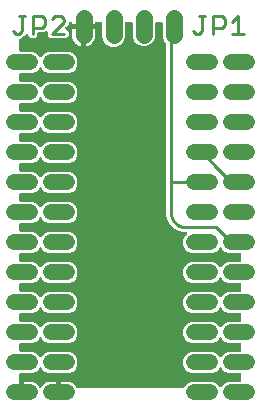
<source format=gbr>
G04 EAGLE Gerber RS-274X export*
G75*
%MOMM*%
%FSLAX34Y34*%
%LPD*%
%INTop Copper*%
%IPPOS*%
%AMOC8*
5,1,8,0,0,1.08239X$1,22.5*%
G01*
%ADD10C,0.254000*%
%ADD11C,1.320800*%
%ADD12C,1.422400*%

G36*
X16882Y13986D02*
X16882Y13986D01*
X17001Y13993D01*
X17039Y14006D01*
X17080Y14011D01*
X17190Y14054D01*
X17303Y14091D01*
X17338Y14113D01*
X17375Y14128D01*
X17471Y14197D01*
X17572Y14261D01*
X17600Y14291D01*
X17633Y14314D01*
X17709Y14406D01*
X17790Y14493D01*
X17810Y14528D01*
X17835Y14559D01*
X17886Y14667D01*
X17944Y14771D01*
X17954Y14811D01*
X17971Y14847D01*
X17993Y14964D01*
X18023Y15079D01*
X18027Y15139D01*
X18031Y15159D01*
X18029Y15180D01*
X18033Y15240D01*
X18033Y19305D01*
X23326Y19305D01*
X24747Y19080D01*
X26116Y18635D01*
X27399Y17981D01*
X28563Y17135D01*
X29581Y16117D01*
X30427Y14953D01*
X30492Y14826D01*
X30515Y14793D01*
X30530Y14756D01*
X30604Y14662D01*
X30671Y14563D01*
X30701Y14536D01*
X30725Y14505D01*
X30820Y14431D01*
X30909Y14352D01*
X30945Y14334D01*
X30976Y14310D01*
X31086Y14262D01*
X31193Y14208D01*
X31232Y14199D01*
X31268Y14183D01*
X31386Y14164D01*
X31503Y14138D01*
X31543Y14140D01*
X31582Y14133D01*
X31701Y14144D01*
X31821Y14148D01*
X31859Y14159D01*
X31899Y14163D01*
X32011Y14203D01*
X32126Y14237D01*
X32161Y14257D01*
X32198Y14270D01*
X32297Y14338D01*
X32400Y14398D01*
X32428Y14426D01*
X32461Y14449D01*
X32541Y14539D01*
X32625Y14623D01*
X32646Y14657D01*
X32672Y14687D01*
X32754Y14826D01*
X32819Y14953D01*
X33665Y16117D01*
X34683Y17135D01*
X35847Y17981D01*
X37130Y18635D01*
X38499Y19080D01*
X39920Y19305D01*
X45213Y19305D01*
X45213Y15240D01*
X45228Y15122D01*
X45235Y15003D01*
X45247Y14965D01*
X45253Y14924D01*
X45296Y14814D01*
X45333Y14701D01*
X45355Y14666D01*
X45370Y14629D01*
X45439Y14533D01*
X45503Y14432D01*
X45533Y14404D01*
X45556Y14371D01*
X45648Y14295D01*
X45735Y14214D01*
X45770Y14194D01*
X45801Y14169D01*
X45909Y14118D01*
X46013Y14060D01*
X46053Y14050D01*
X46089Y14033D01*
X46206Y14011D01*
X46321Y13981D01*
X46381Y13977D01*
X46401Y13973D01*
X46422Y13975D01*
X46482Y13971D01*
X48006Y13971D01*
X48124Y13986D01*
X48243Y13993D01*
X48281Y14006D01*
X48322Y14011D01*
X48432Y14054D01*
X48545Y14091D01*
X48580Y14113D01*
X48617Y14128D01*
X48713Y14197D01*
X48814Y14261D01*
X48842Y14291D01*
X48875Y14314D01*
X48951Y14406D01*
X49032Y14493D01*
X49052Y14528D01*
X49077Y14559D01*
X49128Y14667D01*
X49186Y14771D01*
X49196Y14811D01*
X49213Y14847D01*
X49235Y14964D01*
X49265Y15079D01*
X49269Y15139D01*
X49273Y15159D01*
X49271Y15180D01*
X49275Y15240D01*
X49275Y19305D01*
X54568Y19305D01*
X55989Y19080D01*
X57358Y18635D01*
X58641Y17981D01*
X59805Y17135D01*
X60823Y16117D01*
X61669Y14953D01*
X61817Y14664D01*
X61894Y14549D01*
X61969Y14432D01*
X61984Y14418D01*
X61995Y14401D01*
X62099Y14309D01*
X62200Y14214D01*
X62218Y14204D01*
X62234Y14190D01*
X62357Y14128D01*
X62479Y14060D01*
X62499Y14055D01*
X62517Y14046D01*
X62653Y14016D01*
X62787Y13981D01*
X62815Y13979D01*
X62827Y13976D01*
X62848Y13977D01*
X62947Y13971D01*
X152630Y13971D01*
X152660Y13974D01*
X152689Y13972D01*
X152817Y13994D01*
X152946Y14011D01*
X152973Y14021D01*
X153002Y14026D01*
X153121Y14080D01*
X153241Y14128D01*
X153265Y14145D01*
X153292Y14157D01*
X153394Y14238D01*
X153499Y14314D01*
X153518Y14337D01*
X153541Y14356D01*
X153619Y14459D01*
X153702Y14559D01*
X153714Y14586D01*
X153732Y14610D01*
X153803Y14754D01*
X154045Y15340D01*
X156618Y17913D01*
X159979Y19305D01*
X176825Y19305D01*
X180186Y17913D01*
X182759Y15340D01*
X182850Y15118D01*
X182919Y14998D01*
X182984Y14875D01*
X182998Y14860D01*
X183008Y14842D01*
X183105Y14742D01*
X183198Y14639D01*
X183215Y14628D01*
X183229Y14614D01*
X183348Y14541D01*
X183464Y14465D01*
X183483Y14458D01*
X183500Y14447D01*
X183633Y14407D01*
X183765Y14361D01*
X183785Y14360D01*
X183804Y14354D01*
X183943Y14347D01*
X184082Y14336D01*
X184102Y14340D01*
X184122Y14339D01*
X184258Y14367D01*
X184395Y14391D01*
X184414Y14399D01*
X184433Y14403D01*
X184559Y14464D01*
X184685Y14521D01*
X184701Y14534D01*
X184719Y14543D01*
X184825Y14633D01*
X184934Y14720D01*
X184946Y14736D01*
X184961Y14749D01*
X185041Y14863D01*
X185125Y14974D01*
X185137Y14999D01*
X185144Y15009D01*
X185151Y15028D01*
X185196Y15118D01*
X185287Y15340D01*
X187860Y17913D01*
X191221Y19305D01*
X200660Y19305D01*
X200778Y19320D01*
X200897Y19327D01*
X200935Y19340D01*
X200976Y19345D01*
X201086Y19388D01*
X201199Y19425D01*
X201234Y19447D01*
X201271Y19462D01*
X201367Y19531D01*
X201468Y19595D01*
X201496Y19625D01*
X201529Y19648D01*
X201605Y19740D01*
X201686Y19827D01*
X201706Y19862D01*
X201731Y19893D01*
X201782Y20001D01*
X201840Y20105D01*
X201850Y20145D01*
X201867Y20181D01*
X201889Y20298D01*
X201919Y20413D01*
X201923Y20473D01*
X201927Y20493D01*
X201925Y20514D01*
X201929Y20574D01*
X201929Y25146D01*
X201914Y25264D01*
X201907Y25383D01*
X201894Y25421D01*
X201889Y25462D01*
X201846Y25572D01*
X201809Y25685D01*
X201787Y25720D01*
X201772Y25757D01*
X201703Y25853D01*
X201639Y25954D01*
X201609Y25982D01*
X201586Y26015D01*
X201494Y26091D01*
X201407Y26172D01*
X201372Y26192D01*
X201341Y26217D01*
X201233Y26268D01*
X201129Y26326D01*
X201089Y26336D01*
X201053Y26353D01*
X200936Y26375D01*
X200821Y26405D01*
X200761Y26409D01*
X200741Y26413D01*
X200720Y26411D01*
X200660Y26415D01*
X191221Y26415D01*
X187860Y27807D01*
X185287Y30380D01*
X185196Y30602D01*
X185127Y30722D01*
X185062Y30845D01*
X185048Y30860D01*
X185038Y30878D01*
X184942Y30978D01*
X184848Y31081D01*
X184831Y31092D01*
X184817Y31106D01*
X184699Y31179D01*
X184582Y31255D01*
X184563Y31262D01*
X184546Y31273D01*
X184413Y31313D01*
X184281Y31359D01*
X184261Y31360D01*
X184242Y31366D01*
X184103Y31373D01*
X183964Y31384D01*
X183944Y31380D01*
X183924Y31381D01*
X183788Y31353D01*
X183651Y31329D01*
X183632Y31321D01*
X183613Y31317D01*
X183488Y31256D01*
X183361Y31199D01*
X183345Y31186D01*
X183327Y31177D01*
X183221Y31087D01*
X183113Y31000D01*
X183100Y30984D01*
X183085Y30971D01*
X183005Y30857D01*
X182921Y30746D01*
X182909Y30721D01*
X182902Y30711D01*
X182895Y30692D01*
X182850Y30602D01*
X182759Y30380D01*
X180186Y27807D01*
X176825Y26415D01*
X159979Y26415D01*
X156618Y27807D01*
X154045Y30380D01*
X152653Y33741D01*
X152653Y37379D01*
X154045Y40740D01*
X156618Y43313D01*
X159979Y44705D01*
X176825Y44705D01*
X180186Y43313D01*
X182759Y40740D01*
X182850Y40518D01*
X182919Y40398D01*
X182984Y40275D01*
X182998Y40260D01*
X183008Y40242D01*
X183105Y40142D01*
X183198Y40039D01*
X183215Y40028D01*
X183229Y40014D01*
X183348Y39941D01*
X183464Y39865D01*
X183483Y39858D01*
X183500Y39847D01*
X183633Y39807D01*
X183765Y39761D01*
X183785Y39760D01*
X183804Y39754D01*
X183943Y39747D01*
X184082Y39736D01*
X184102Y39740D01*
X184122Y39739D01*
X184258Y39767D01*
X184395Y39791D01*
X184414Y39799D01*
X184433Y39803D01*
X184559Y39864D01*
X184685Y39921D01*
X184701Y39934D01*
X184719Y39943D01*
X184825Y40033D01*
X184934Y40120D01*
X184946Y40136D01*
X184961Y40149D01*
X185041Y40263D01*
X185125Y40374D01*
X185137Y40399D01*
X185144Y40409D01*
X185151Y40428D01*
X185196Y40518D01*
X185287Y40740D01*
X187860Y43313D01*
X191221Y44705D01*
X200660Y44705D01*
X200778Y44720D01*
X200897Y44727D01*
X200935Y44740D01*
X200976Y44745D01*
X201086Y44788D01*
X201199Y44825D01*
X201234Y44847D01*
X201271Y44862D01*
X201367Y44931D01*
X201468Y44995D01*
X201496Y45025D01*
X201529Y45048D01*
X201605Y45140D01*
X201686Y45227D01*
X201706Y45262D01*
X201731Y45293D01*
X201782Y45401D01*
X201840Y45505D01*
X201850Y45545D01*
X201867Y45581D01*
X201889Y45698D01*
X201919Y45813D01*
X201923Y45873D01*
X201927Y45893D01*
X201925Y45914D01*
X201929Y45974D01*
X201929Y50546D01*
X201914Y50664D01*
X201907Y50783D01*
X201894Y50821D01*
X201889Y50862D01*
X201846Y50972D01*
X201809Y51085D01*
X201787Y51120D01*
X201772Y51157D01*
X201703Y51253D01*
X201639Y51354D01*
X201609Y51382D01*
X201586Y51415D01*
X201494Y51491D01*
X201407Y51572D01*
X201372Y51592D01*
X201341Y51617D01*
X201233Y51668D01*
X201129Y51726D01*
X201089Y51736D01*
X201053Y51753D01*
X200936Y51775D01*
X200821Y51805D01*
X200761Y51809D01*
X200741Y51813D01*
X200720Y51811D01*
X200660Y51815D01*
X191221Y51815D01*
X187860Y53207D01*
X185287Y55780D01*
X185196Y56002D01*
X185127Y56122D01*
X185062Y56245D01*
X185048Y56260D01*
X185038Y56278D01*
X184942Y56378D01*
X184848Y56481D01*
X184831Y56492D01*
X184817Y56506D01*
X184699Y56579D01*
X184582Y56655D01*
X184563Y56662D01*
X184546Y56673D01*
X184413Y56713D01*
X184281Y56759D01*
X184261Y56760D01*
X184242Y56766D01*
X184103Y56773D01*
X183964Y56784D01*
X183944Y56780D01*
X183924Y56781D01*
X183788Y56753D01*
X183651Y56729D01*
X183632Y56721D01*
X183613Y56717D01*
X183488Y56656D01*
X183361Y56599D01*
X183345Y56586D01*
X183327Y56577D01*
X183221Y56487D01*
X183113Y56400D01*
X183100Y56384D01*
X183085Y56371D01*
X183005Y56257D01*
X182921Y56146D01*
X182909Y56121D01*
X182902Y56111D01*
X182895Y56092D01*
X182850Y56002D01*
X182759Y55780D01*
X180186Y53207D01*
X176825Y51815D01*
X159979Y51815D01*
X156618Y53207D01*
X154045Y55780D01*
X152653Y59141D01*
X152653Y62779D01*
X154045Y66140D01*
X156618Y68713D01*
X159979Y70105D01*
X176825Y70105D01*
X180186Y68713D01*
X182759Y66140D01*
X182850Y65918D01*
X182919Y65798D01*
X182984Y65675D01*
X182998Y65660D01*
X183008Y65642D01*
X183105Y65542D01*
X183198Y65439D01*
X183215Y65428D01*
X183229Y65414D01*
X183348Y65341D01*
X183464Y65265D01*
X183483Y65258D01*
X183500Y65247D01*
X183633Y65207D01*
X183765Y65161D01*
X183785Y65160D01*
X183804Y65154D01*
X183943Y65147D01*
X184082Y65136D01*
X184102Y65140D01*
X184122Y65139D01*
X184258Y65167D01*
X184395Y65191D01*
X184414Y65199D01*
X184433Y65203D01*
X184559Y65264D01*
X184685Y65321D01*
X184701Y65334D01*
X184719Y65343D01*
X184825Y65433D01*
X184934Y65520D01*
X184946Y65536D01*
X184961Y65549D01*
X185041Y65663D01*
X185125Y65774D01*
X185137Y65799D01*
X185144Y65809D01*
X185151Y65828D01*
X185196Y65918D01*
X185287Y66140D01*
X187860Y68713D01*
X191221Y70105D01*
X200660Y70105D01*
X200778Y70120D01*
X200897Y70127D01*
X200935Y70140D01*
X200976Y70145D01*
X201086Y70188D01*
X201199Y70225D01*
X201234Y70247D01*
X201271Y70262D01*
X201367Y70331D01*
X201468Y70395D01*
X201496Y70425D01*
X201529Y70448D01*
X201605Y70540D01*
X201686Y70627D01*
X201706Y70662D01*
X201731Y70693D01*
X201782Y70801D01*
X201840Y70905D01*
X201850Y70945D01*
X201867Y70981D01*
X201889Y71098D01*
X201919Y71213D01*
X201923Y71273D01*
X201927Y71293D01*
X201925Y71314D01*
X201929Y71374D01*
X201929Y75946D01*
X201914Y76064D01*
X201907Y76183D01*
X201894Y76221D01*
X201889Y76262D01*
X201846Y76372D01*
X201809Y76485D01*
X201787Y76520D01*
X201772Y76557D01*
X201703Y76653D01*
X201639Y76754D01*
X201609Y76782D01*
X201586Y76815D01*
X201494Y76891D01*
X201407Y76972D01*
X201372Y76992D01*
X201341Y77017D01*
X201233Y77068D01*
X201129Y77126D01*
X201089Y77136D01*
X201053Y77153D01*
X200936Y77175D01*
X200821Y77205D01*
X200761Y77209D01*
X200741Y77213D01*
X200720Y77211D01*
X200660Y77215D01*
X191221Y77215D01*
X187860Y78607D01*
X185287Y81180D01*
X185196Y81402D01*
X185127Y81522D01*
X185062Y81645D01*
X185048Y81660D01*
X185038Y81678D01*
X184942Y81778D01*
X184848Y81881D01*
X184831Y81892D01*
X184817Y81906D01*
X184699Y81979D01*
X184582Y82055D01*
X184563Y82062D01*
X184546Y82073D01*
X184413Y82113D01*
X184281Y82159D01*
X184261Y82160D01*
X184242Y82166D01*
X184103Y82173D01*
X183964Y82184D01*
X183944Y82180D01*
X183924Y82181D01*
X183788Y82153D01*
X183651Y82129D01*
X183632Y82121D01*
X183613Y82117D01*
X183488Y82056D01*
X183361Y81999D01*
X183345Y81986D01*
X183327Y81977D01*
X183221Y81887D01*
X183113Y81800D01*
X183100Y81784D01*
X183085Y81771D01*
X183005Y81657D01*
X182921Y81546D01*
X182909Y81521D01*
X182902Y81511D01*
X182895Y81492D01*
X182850Y81402D01*
X182759Y81180D01*
X180186Y78607D01*
X176825Y77215D01*
X159979Y77215D01*
X156618Y78607D01*
X154045Y81180D01*
X152653Y84541D01*
X152653Y88179D01*
X154045Y91540D01*
X156618Y94113D01*
X159979Y95505D01*
X176825Y95505D01*
X180186Y94113D01*
X182759Y91540D01*
X182850Y91318D01*
X182919Y91198D01*
X182984Y91075D01*
X182998Y91060D01*
X183008Y91042D01*
X183105Y90942D01*
X183198Y90839D01*
X183215Y90828D01*
X183229Y90814D01*
X183348Y90741D01*
X183464Y90665D01*
X183483Y90658D01*
X183500Y90647D01*
X183633Y90607D01*
X183765Y90561D01*
X183785Y90560D01*
X183804Y90554D01*
X183943Y90547D01*
X184082Y90536D01*
X184102Y90540D01*
X184122Y90539D01*
X184258Y90567D01*
X184395Y90591D01*
X184414Y90599D01*
X184433Y90603D01*
X184559Y90664D01*
X184685Y90721D01*
X184701Y90734D01*
X184719Y90743D01*
X184825Y90833D01*
X184934Y90920D01*
X184946Y90936D01*
X184961Y90949D01*
X185041Y91063D01*
X185125Y91174D01*
X185137Y91199D01*
X185144Y91209D01*
X185151Y91228D01*
X185196Y91318D01*
X185287Y91540D01*
X187860Y94113D01*
X191221Y95505D01*
X200660Y95505D01*
X200778Y95520D01*
X200897Y95527D01*
X200935Y95540D01*
X200976Y95545D01*
X201086Y95588D01*
X201199Y95625D01*
X201234Y95647D01*
X201271Y95662D01*
X201367Y95731D01*
X201468Y95795D01*
X201496Y95825D01*
X201529Y95848D01*
X201605Y95940D01*
X201686Y96027D01*
X201706Y96062D01*
X201731Y96093D01*
X201782Y96201D01*
X201840Y96305D01*
X201850Y96345D01*
X201867Y96381D01*
X201889Y96498D01*
X201919Y96613D01*
X201923Y96673D01*
X201927Y96693D01*
X201925Y96714D01*
X201929Y96774D01*
X201929Y101346D01*
X201914Y101464D01*
X201907Y101583D01*
X201894Y101621D01*
X201889Y101662D01*
X201846Y101772D01*
X201809Y101885D01*
X201787Y101920D01*
X201772Y101957D01*
X201703Y102053D01*
X201639Y102154D01*
X201609Y102182D01*
X201586Y102215D01*
X201494Y102291D01*
X201407Y102372D01*
X201372Y102392D01*
X201341Y102417D01*
X201233Y102468D01*
X201129Y102526D01*
X201089Y102536D01*
X201053Y102553D01*
X200936Y102575D01*
X200821Y102605D01*
X200761Y102609D01*
X200741Y102613D01*
X200720Y102611D01*
X200660Y102615D01*
X191221Y102615D01*
X187860Y104007D01*
X185287Y106580D01*
X185196Y106802D01*
X185127Y106922D01*
X185062Y107045D01*
X185048Y107060D01*
X185038Y107078D01*
X184942Y107178D01*
X184848Y107281D01*
X184831Y107292D01*
X184817Y107306D01*
X184699Y107379D01*
X184582Y107455D01*
X184563Y107462D01*
X184546Y107473D01*
X184413Y107513D01*
X184281Y107559D01*
X184261Y107560D01*
X184242Y107566D01*
X184103Y107573D01*
X183964Y107584D01*
X183944Y107580D01*
X183924Y107581D01*
X183788Y107553D01*
X183651Y107529D01*
X183632Y107521D01*
X183613Y107517D01*
X183488Y107456D01*
X183361Y107399D01*
X183345Y107386D01*
X183327Y107377D01*
X183221Y107287D01*
X183113Y107200D01*
X183100Y107184D01*
X183085Y107171D01*
X183005Y107057D01*
X182921Y106946D01*
X182909Y106921D01*
X182902Y106911D01*
X182895Y106892D01*
X182850Y106802D01*
X182759Y106580D01*
X180186Y104007D01*
X176825Y102615D01*
X159979Y102615D01*
X156618Y104007D01*
X154045Y106580D01*
X152653Y109941D01*
X152653Y113579D01*
X154045Y116940D01*
X156618Y119513D01*
X159979Y120905D01*
X176825Y120905D01*
X180186Y119513D01*
X182759Y116940D01*
X182850Y116718D01*
X182919Y116598D01*
X182984Y116475D01*
X182998Y116460D01*
X183008Y116442D01*
X183105Y116342D01*
X183198Y116239D01*
X183215Y116228D01*
X183229Y116214D01*
X183348Y116141D01*
X183464Y116065D01*
X183483Y116058D01*
X183500Y116047D01*
X183633Y116007D01*
X183765Y115961D01*
X183785Y115960D01*
X183804Y115954D01*
X183943Y115947D01*
X184082Y115936D01*
X184102Y115940D01*
X184122Y115939D01*
X184258Y115967D01*
X184395Y115991D01*
X184414Y115999D01*
X184433Y116003D01*
X184559Y116064D01*
X184685Y116121D01*
X184701Y116134D01*
X184719Y116143D01*
X184825Y116233D01*
X184934Y116320D01*
X184946Y116336D01*
X184961Y116349D01*
X185041Y116463D01*
X185125Y116574D01*
X185137Y116599D01*
X185144Y116609D01*
X185151Y116628D01*
X185196Y116718D01*
X185287Y116940D01*
X187860Y119513D01*
X191221Y120905D01*
X200660Y120905D01*
X200778Y120920D01*
X200897Y120927D01*
X200935Y120940D01*
X200976Y120945D01*
X201086Y120988D01*
X201199Y121025D01*
X201234Y121047D01*
X201271Y121062D01*
X201367Y121131D01*
X201468Y121195D01*
X201496Y121225D01*
X201529Y121248D01*
X201605Y121340D01*
X201686Y121427D01*
X201706Y121462D01*
X201731Y121493D01*
X201782Y121601D01*
X201840Y121705D01*
X201850Y121745D01*
X201867Y121781D01*
X201889Y121898D01*
X201919Y122013D01*
X201923Y122073D01*
X201927Y122093D01*
X201925Y122114D01*
X201929Y122174D01*
X201929Y126746D01*
X201914Y126864D01*
X201907Y126983D01*
X201894Y127021D01*
X201889Y127062D01*
X201846Y127172D01*
X201809Y127285D01*
X201787Y127320D01*
X201772Y127357D01*
X201703Y127453D01*
X201639Y127554D01*
X201609Y127582D01*
X201586Y127615D01*
X201494Y127691D01*
X201407Y127772D01*
X201372Y127792D01*
X201341Y127817D01*
X201233Y127868D01*
X201129Y127926D01*
X201089Y127936D01*
X201053Y127953D01*
X200936Y127975D01*
X200821Y128005D01*
X200761Y128009D01*
X200741Y128013D01*
X200720Y128011D01*
X200660Y128015D01*
X191221Y128015D01*
X187860Y129407D01*
X185287Y131980D01*
X185196Y132202D01*
X185127Y132322D01*
X185062Y132445D01*
X185048Y132460D01*
X185038Y132478D01*
X184942Y132578D01*
X184848Y132681D01*
X184831Y132692D01*
X184817Y132706D01*
X184699Y132779D01*
X184582Y132855D01*
X184563Y132862D01*
X184546Y132873D01*
X184413Y132913D01*
X184281Y132959D01*
X184261Y132960D01*
X184242Y132966D01*
X184103Y132973D01*
X183964Y132984D01*
X183944Y132980D01*
X183924Y132981D01*
X183788Y132953D01*
X183651Y132929D01*
X183632Y132921D01*
X183613Y132917D01*
X183488Y132856D01*
X183361Y132799D01*
X183345Y132786D01*
X183327Y132777D01*
X183221Y132687D01*
X183113Y132600D01*
X183100Y132584D01*
X183085Y132571D01*
X183005Y132457D01*
X182921Y132346D01*
X182909Y132321D01*
X182902Y132311D01*
X182895Y132292D01*
X182850Y132202D01*
X182759Y131980D01*
X180186Y129407D01*
X176825Y128015D01*
X159979Y128015D01*
X156618Y129407D01*
X154045Y131980D01*
X152653Y135341D01*
X152653Y138979D01*
X154045Y142340D01*
X155588Y143883D01*
X155673Y143992D01*
X155762Y144099D01*
X155770Y144118D01*
X155783Y144134D01*
X155838Y144262D01*
X155897Y144387D01*
X155901Y144407D01*
X155909Y144426D01*
X155931Y144564D01*
X155957Y144700D01*
X155956Y144720D01*
X155959Y144740D01*
X155946Y144879D01*
X155937Y145017D01*
X155931Y145036D01*
X155929Y145056D01*
X155882Y145188D01*
X155839Y145319D01*
X155829Y145337D01*
X155822Y145356D01*
X155744Y145471D01*
X155669Y145588D01*
X155654Y145602D01*
X155643Y145619D01*
X155539Y145711D01*
X155438Y145806D01*
X155420Y145816D01*
X155405Y145829D01*
X155281Y145893D01*
X155159Y145960D01*
X155140Y145965D01*
X155121Y145974D01*
X154986Y146004D01*
X154851Y146039D01*
X154823Y146041D01*
X154811Y146044D01*
X154791Y146043D01*
X154690Y146049D01*
X151656Y146049D01*
X145587Y148563D01*
X140943Y153207D01*
X138429Y159276D01*
X138429Y305102D01*
X138417Y305200D01*
X138414Y305299D01*
X138397Y305357D01*
X138389Y305417D01*
X138353Y305510D01*
X138325Y305605D01*
X138295Y305657D01*
X138272Y305713D01*
X138214Y305793D01*
X138164Y305879D01*
X138098Y305954D01*
X138086Y305971D01*
X138076Y305978D01*
X138058Y305999D01*
X136597Y307460D01*
X135127Y311008D01*
X135127Y322580D01*
X135112Y322698D01*
X135105Y322817D01*
X135092Y322855D01*
X135087Y322896D01*
X135044Y323006D01*
X135007Y323119D01*
X134985Y323154D01*
X134970Y323191D01*
X134901Y323287D01*
X134837Y323388D01*
X134807Y323416D01*
X134784Y323449D01*
X134692Y323525D01*
X134605Y323606D01*
X134570Y323626D01*
X134539Y323651D01*
X134431Y323702D01*
X134327Y323760D01*
X134287Y323770D01*
X134251Y323787D01*
X134134Y323809D01*
X134019Y323839D01*
X133959Y323843D01*
X133939Y323847D01*
X133918Y323845D01*
X133858Y323849D01*
X130302Y323849D01*
X130184Y323834D01*
X130065Y323827D01*
X130027Y323814D01*
X129986Y323809D01*
X129876Y323766D01*
X129763Y323729D01*
X129728Y323707D01*
X129691Y323692D01*
X129595Y323623D01*
X129494Y323559D01*
X129466Y323529D01*
X129433Y323506D01*
X129357Y323414D01*
X129276Y323327D01*
X129256Y323292D01*
X129231Y323261D01*
X129180Y323153D01*
X129122Y323049D01*
X129112Y323009D01*
X129095Y322973D01*
X129073Y322856D01*
X129043Y322741D01*
X129039Y322681D01*
X129035Y322661D01*
X129037Y322640D01*
X129033Y322580D01*
X129033Y311008D01*
X127563Y307460D01*
X124848Y304745D01*
X121300Y303275D01*
X117460Y303275D01*
X113912Y304745D01*
X111197Y307460D01*
X109727Y311008D01*
X109727Y322580D01*
X109712Y322698D01*
X109705Y322817D01*
X109692Y322855D01*
X109687Y322896D01*
X109644Y323006D01*
X109607Y323119D01*
X109585Y323154D01*
X109570Y323191D01*
X109501Y323287D01*
X109437Y323388D01*
X109407Y323416D01*
X109384Y323449D01*
X109292Y323525D01*
X109205Y323606D01*
X109170Y323626D01*
X109139Y323651D01*
X109031Y323702D01*
X108927Y323760D01*
X108887Y323770D01*
X108851Y323787D01*
X108734Y323809D01*
X108619Y323839D01*
X108559Y323843D01*
X108539Y323847D01*
X108518Y323845D01*
X108458Y323849D01*
X104648Y323849D01*
X104530Y323834D01*
X104411Y323827D01*
X104373Y323814D01*
X104332Y323809D01*
X104222Y323766D01*
X104109Y323729D01*
X104074Y323707D01*
X104037Y323692D01*
X103941Y323623D01*
X103840Y323559D01*
X103812Y323529D01*
X103779Y323506D01*
X103703Y323414D01*
X103622Y323327D01*
X103602Y323292D01*
X103577Y323261D01*
X103526Y323153D01*
X103468Y323049D01*
X103458Y323009D01*
X103441Y322973D01*
X103419Y322856D01*
X103389Y322741D01*
X103385Y322681D01*
X103381Y322661D01*
X103383Y322640D01*
X103379Y322580D01*
X103379Y310754D01*
X101909Y307206D01*
X99194Y304491D01*
X95646Y303021D01*
X91806Y303021D01*
X88258Y304491D01*
X85543Y307206D01*
X84073Y310754D01*
X84073Y322580D01*
X84058Y322698D01*
X84051Y322817D01*
X84038Y322855D01*
X84033Y322896D01*
X83990Y323006D01*
X83953Y323119D01*
X83931Y323154D01*
X83916Y323191D01*
X83847Y323287D01*
X83783Y323388D01*
X83753Y323416D01*
X83730Y323449D01*
X83638Y323525D01*
X83551Y323606D01*
X83516Y323626D01*
X83485Y323651D01*
X83377Y323702D01*
X83273Y323760D01*
X83233Y323770D01*
X83197Y323787D01*
X83080Y323809D01*
X82965Y323839D01*
X82905Y323843D01*
X82885Y323847D01*
X82864Y323845D01*
X82804Y323849D01*
X79248Y323849D01*
X79130Y323834D01*
X79011Y323827D01*
X78973Y323814D01*
X78932Y323809D01*
X78822Y323766D01*
X78709Y323729D01*
X78674Y323707D01*
X78637Y323692D01*
X78541Y323623D01*
X78440Y323559D01*
X78412Y323529D01*
X78379Y323506D01*
X78303Y323414D01*
X78222Y323327D01*
X78202Y323292D01*
X78177Y323261D01*
X78126Y323153D01*
X78068Y323049D01*
X78058Y323009D01*
X78041Y322973D01*
X78019Y322856D01*
X77989Y322741D01*
X77985Y322681D01*
X77981Y322661D01*
X77983Y322640D01*
X77979Y322580D01*
X77979Y322071D01*
X69342Y322071D01*
X69224Y322056D01*
X69105Y322049D01*
X69067Y322036D01*
X69027Y322031D01*
X68916Y321988D01*
X68803Y321951D01*
X68769Y321929D01*
X68731Y321914D01*
X68635Y321845D01*
X68534Y321781D01*
X68506Y321751D01*
X68474Y321728D01*
X68398Y321636D01*
X68323Y321556D01*
X68289Y321610D01*
X68259Y321638D01*
X68235Y321671D01*
X68144Y321747D01*
X68057Y321828D01*
X68022Y321848D01*
X67990Y321873D01*
X67883Y321924D01*
X67778Y321982D01*
X67739Y321992D01*
X67703Y322009D01*
X67586Y322031D01*
X67470Y322061D01*
X67410Y322065D01*
X67390Y322069D01*
X67370Y322067D01*
X67310Y322071D01*
X58673Y322071D01*
X58673Y322580D01*
X58658Y322698D01*
X58651Y322817D01*
X58638Y322855D01*
X58633Y322896D01*
X58590Y323006D01*
X58553Y323119D01*
X58531Y323154D01*
X58516Y323191D01*
X58447Y323287D01*
X58383Y323388D01*
X58353Y323416D01*
X58330Y323449D01*
X58238Y323525D01*
X58151Y323606D01*
X58116Y323626D01*
X58085Y323651D01*
X57977Y323702D01*
X57873Y323760D01*
X57833Y323770D01*
X57797Y323787D01*
X57680Y323809D01*
X57565Y323839D01*
X57505Y323843D01*
X57485Y323847D01*
X57464Y323845D01*
X57404Y323849D01*
X56882Y323849D01*
X56764Y323834D01*
X56645Y323827D01*
X56606Y323814D01*
X56566Y323809D01*
X56456Y323766D01*
X56342Y323729D01*
X56308Y323707D01*
X56271Y323692D01*
X56174Y323623D01*
X56074Y323559D01*
X56046Y323529D01*
X56013Y323506D01*
X55937Y323414D01*
X55856Y323327D01*
X55836Y323292D01*
X55810Y323261D01*
X55760Y323153D01*
X55702Y323049D01*
X55692Y323009D01*
X55675Y322973D01*
X55653Y322856D01*
X55623Y322741D01*
X55619Y322681D01*
X55615Y322661D01*
X55616Y322640D01*
X55613Y322580D01*
X55613Y322280D01*
X53009Y319676D01*
X53008Y319676D01*
X53000Y319667D01*
X52915Y319558D01*
X52826Y319451D01*
X52817Y319432D01*
X52805Y319416D01*
X52749Y319288D01*
X52690Y319163D01*
X52687Y319143D01*
X52678Y319124D01*
X52657Y318986D01*
X52631Y318850D01*
X52632Y318830D01*
X52629Y318810D01*
X52642Y318671D01*
X52650Y318533D01*
X52657Y318514D01*
X52658Y318494D01*
X52706Y318362D01*
X52748Y318231D01*
X52759Y318213D01*
X52766Y318194D01*
X52844Y318079D01*
X52919Y317962D01*
X52933Y317948D01*
X52945Y317931D01*
X52999Y317883D01*
X53009Y317872D01*
X55613Y315268D01*
X55613Y312112D01*
X53380Y309879D01*
X40055Y309879D01*
X37822Y312112D01*
X37822Y315255D01*
X37805Y315393D01*
X37792Y315532D01*
X37785Y315551D01*
X37783Y315571D01*
X37731Y315700D01*
X37684Y315831D01*
X37673Y315848D01*
X37666Y315866D01*
X37584Y315979D01*
X37506Y316094D01*
X37491Y316107D01*
X37479Y316124D01*
X37371Y316213D01*
X37267Y316305D01*
X37249Y316314D01*
X37234Y316327D01*
X37108Y316386D01*
X36984Y316449D01*
X36964Y316454D01*
X36946Y316462D01*
X36810Y316488D01*
X36674Y316519D01*
X36654Y316518D01*
X36634Y316522D01*
X36495Y316513D01*
X36356Y316509D01*
X36336Y316503D01*
X36316Y316502D01*
X36184Y316459D01*
X36050Y316421D01*
X36033Y316410D01*
X36014Y316404D01*
X35896Y316330D01*
X35776Y316259D01*
X35755Y316241D01*
X35745Y316234D01*
X35731Y316219D01*
X35656Y316153D01*
X34467Y314964D01*
X30342Y314964D01*
X30223Y314949D01*
X30105Y314941D01*
X30066Y314929D01*
X30026Y314924D01*
X29915Y314880D01*
X29802Y314843D01*
X29768Y314822D01*
X29730Y314807D01*
X29634Y314737D01*
X29533Y314673D01*
X29506Y314644D01*
X29473Y314620D01*
X29397Y314528D01*
X29315Y314441D01*
X29296Y314406D01*
X29270Y314375D01*
X29219Y314267D01*
X29162Y314163D01*
X29152Y314124D01*
X29135Y314087D01*
X29112Y313970D01*
X29083Y313855D01*
X29079Y313795D01*
X29075Y313775D01*
X29076Y313755D01*
X29072Y313694D01*
X29072Y312112D01*
X26840Y309879D01*
X23683Y309879D01*
X21451Y312112D01*
X21451Y312713D01*
X21433Y312851D01*
X21420Y312989D01*
X21414Y313008D01*
X21411Y313029D01*
X21360Y313158D01*
X21313Y313289D01*
X21301Y313306D01*
X21294Y313324D01*
X21212Y313437D01*
X21134Y313552D01*
X21119Y313565D01*
X21107Y313582D01*
X21000Y313670D01*
X20896Y313762D01*
X20878Y313772D01*
X20862Y313784D01*
X20736Y313844D01*
X20613Y313907D01*
X20593Y313911D01*
X20574Y313920D01*
X20438Y313946D01*
X20302Y313977D01*
X20282Y313976D01*
X20262Y313980D01*
X20124Y313971D01*
X19984Y313967D01*
X19965Y313961D01*
X19945Y313960D01*
X19813Y313917D01*
X19679Y313879D01*
X19661Y313868D01*
X19642Y313862D01*
X19525Y313788D01*
X19405Y313717D01*
X19384Y313698D01*
X19373Y313692D01*
X19359Y313677D01*
X19284Y313611D01*
X17723Y312050D01*
X15553Y309879D01*
X15240Y309879D01*
X15122Y309864D01*
X15003Y309857D01*
X14965Y309844D01*
X14924Y309839D01*
X14814Y309796D01*
X14701Y309759D01*
X14666Y309737D01*
X14629Y309722D01*
X14533Y309653D01*
X14432Y309589D01*
X14404Y309559D01*
X14371Y309536D01*
X14295Y309444D01*
X14214Y309357D01*
X14194Y309322D01*
X14169Y309291D01*
X14118Y309183D01*
X14060Y309079D01*
X14050Y309039D01*
X14033Y309003D01*
X14011Y308886D01*
X13981Y308771D01*
X13977Y308711D01*
X13973Y308691D01*
X13975Y308670D01*
X13971Y308610D01*
X13971Y299974D01*
X13986Y299856D01*
X13993Y299737D01*
X14006Y299699D01*
X14011Y299658D01*
X14054Y299548D01*
X14091Y299435D01*
X14113Y299400D01*
X14128Y299363D01*
X14197Y299267D01*
X14261Y299166D01*
X14291Y299138D01*
X14314Y299105D01*
X14406Y299029D01*
X14493Y298948D01*
X14528Y298928D01*
X14559Y298903D01*
X14667Y298852D01*
X14771Y298794D01*
X14811Y298784D01*
X14847Y298767D01*
X14964Y298745D01*
X15079Y298715D01*
X15139Y298711D01*
X15159Y298707D01*
X15180Y298709D01*
X15240Y298705D01*
X24425Y298705D01*
X27786Y297313D01*
X30359Y294740D01*
X30450Y294518D01*
X30519Y294398D01*
X30584Y294275D01*
X30598Y294260D01*
X30608Y294242D01*
X30704Y294142D01*
X30798Y294039D01*
X30815Y294028D01*
X30829Y294014D01*
X30947Y293941D01*
X31064Y293865D01*
X31083Y293858D01*
X31100Y293847D01*
X31233Y293807D01*
X31365Y293761D01*
X31385Y293760D01*
X31404Y293754D01*
X31543Y293747D01*
X31682Y293736D01*
X31702Y293740D01*
X31722Y293739D01*
X31858Y293767D01*
X31995Y293791D01*
X32014Y293799D01*
X32033Y293803D01*
X32158Y293864D01*
X32285Y293921D01*
X32301Y293934D01*
X32319Y293943D01*
X32425Y294033D01*
X32533Y294120D01*
X32546Y294136D01*
X32561Y294149D01*
X32641Y294263D01*
X32725Y294374D01*
X32737Y294399D01*
X32744Y294409D01*
X32751Y294428D01*
X32796Y294518D01*
X32887Y294740D01*
X35460Y297313D01*
X38821Y298705D01*
X55667Y298705D01*
X59028Y297313D01*
X61601Y294740D01*
X62993Y291379D01*
X62993Y287741D01*
X61601Y284380D01*
X59028Y281807D01*
X55667Y280415D01*
X38821Y280415D01*
X35460Y281807D01*
X32887Y284380D01*
X32796Y284602D01*
X32727Y284722D01*
X32662Y284845D01*
X32648Y284860D01*
X32638Y284878D01*
X32541Y284978D01*
X32448Y285081D01*
X32431Y285092D01*
X32417Y285106D01*
X32298Y285179D01*
X32182Y285255D01*
X32163Y285262D01*
X32146Y285273D01*
X32013Y285313D01*
X31881Y285359D01*
X31861Y285360D01*
X31842Y285366D01*
X31703Y285373D01*
X31564Y285384D01*
X31544Y285380D01*
X31524Y285381D01*
X31388Y285353D01*
X31251Y285329D01*
X31232Y285321D01*
X31213Y285317D01*
X31087Y285256D01*
X30961Y285199D01*
X30945Y285186D01*
X30927Y285177D01*
X30821Y285087D01*
X30712Y285000D01*
X30700Y284984D01*
X30685Y284971D01*
X30605Y284857D01*
X30521Y284746D01*
X30509Y284721D01*
X30502Y284711D01*
X30495Y284692D01*
X30450Y284602D01*
X30359Y284380D01*
X27786Y281807D01*
X24425Y280415D01*
X15240Y280415D01*
X15122Y280400D01*
X15003Y280393D01*
X14965Y280380D01*
X14924Y280375D01*
X14814Y280332D01*
X14701Y280295D01*
X14666Y280273D01*
X14629Y280258D01*
X14533Y280189D01*
X14432Y280125D01*
X14404Y280095D01*
X14371Y280072D01*
X14295Y279980D01*
X14214Y279893D01*
X14194Y279858D01*
X14169Y279827D01*
X14118Y279719D01*
X14060Y279615D01*
X14050Y279575D01*
X14033Y279539D01*
X14011Y279422D01*
X13981Y279307D01*
X13977Y279247D01*
X13973Y279227D01*
X13975Y279206D01*
X13971Y279146D01*
X13971Y274574D01*
X13986Y274456D01*
X13993Y274337D01*
X14006Y274299D01*
X14011Y274258D01*
X14054Y274148D01*
X14091Y274035D01*
X14113Y274000D01*
X14128Y273963D01*
X14197Y273867D01*
X14261Y273766D01*
X14291Y273738D01*
X14314Y273705D01*
X14406Y273629D01*
X14493Y273548D01*
X14528Y273528D01*
X14559Y273503D01*
X14667Y273452D01*
X14771Y273394D01*
X14811Y273384D01*
X14847Y273367D01*
X14964Y273345D01*
X15079Y273315D01*
X15139Y273311D01*
X15159Y273307D01*
X15180Y273309D01*
X15240Y273305D01*
X24425Y273305D01*
X27786Y271913D01*
X30359Y269340D01*
X30450Y269118D01*
X30519Y268998D01*
X30584Y268875D01*
X30598Y268860D01*
X30608Y268842D01*
X30704Y268742D01*
X30798Y268639D01*
X30815Y268628D01*
X30829Y268614D01*
X30947Y268541D01*
X31064Y268465D01*
X31083Y268458D01*
X31100Y268447D01*
X31233Y268407D01*
X31365Y268361D01*
X31385Y268360D01*
X31404Y268354D01*
X31543Y268347D01*
X31682Y268336D01*
X31702Y268340D01*
X31722Y268339D01*
X31858Y268367D01*
X31995Y268391D01*
X32014Y268399D01*
X32033Y268403D01*
X32158Y268464D01*
X32285Y268521D01*
X32301Y268534D01*
X32319Y268543D01*
X32425Y268633D01*
X32533Y268720D01*
X32546Y268736D01*
X32561Y268749D01*
X32641Y268863D01*
X32725Y268974D01*
X32737Y268999D01*
X32744Y269009D01*
X32751Y269028D01*
X32796Y269118D01*
X32887Y269340D01*
X35460Y271913D01*
X38821Y273305D01*
X55667Y273305D01*
X59028Y271913D01*
X61601Y269340D01*
X62993Y265979D01*
X62993Y262341D01*
X61601Y258980D01*
X59028Y256407D01*
X55667Y255015D01*
X38821Y255015D01*
X35460Y256407D01*
X32887Y258980D01*
X32796Y259202D01*
X32727Y259322D01*
X32662Y259445D01*
X32648Y259460D01*
X32638Y259478D01*
X32541Y259578D01*
X32448Y259681D01*
X32431Y259692D01*
X32417Y259706D01*
X32298Y259779D01*
X32182Y259855D01*
X32163Y259862D01*
X32146Y259873D01*
X32013Y259913D01*
X31881Y259959D01*
X31861Y259960D01*
X31842Y259966D01*
X31703Y259973D01*
X31564Y259984D01*
X31544Y259980D01*
X31524Y259981D01*
X31388Y259953D01*
X31251Y259929D01*
X31232Y259921D01*
X31213Y259917D01*
X31087Y259856D01*
X30961Y259799D01*
X30945Y259786D01*
X30927Y259777D01*
X30821Y259687D01*
X30712Y259600D01*
X30700Y259584D01*
X30685Y259571D01*
X30605Y259457D01*
X30521Y259346D01*
X30509Y259321D01*
X30502Y259311D01*
X30495Y259292D01*
X30450Y259202D01*
X30359Y258980D01*
X27786Y256407D01*
X24425Y255015D01*
X15240Y255015D01*
X15122Y255000D01*
X15003Y254993D01*
X14965Y254980D01*
X14924Y254975D01*
X14814Y254932D01*
X14701Y254895D01*
X14666Y254873D01*
X14629Y254858D01*
X14533Y254789D01*
X14432Y254725D01*
X14404Y254695D01*
X14371Y254672D01*
X14295Y254580D01*
X14214Y254493D01*
X14194Y254458D01*
X14169Y254427D01*
X14118Y254319D01*
X14060Y254215D01*
X14050Y254175D01*
X14033Y254139D01*
X14011Y254022D01*
X13981Y253907D01*
X13977Y253847D01*
X13973Y253827D01*
X13975Y253806D01*
X13971Y253746D01*
X13971Y249174D01*
X13986Y249056D01*
X13993Y248937D01*
X14006Y248899D01*
X14011Y248858D01*
X14054Y248748D01*
X14091Y248635D01*
X14113Y248600D01*
X14128Y248563D01*
X14197Y248467D01*
X14261Y248366D01*
X14291Y248338D01*
X14314Y248305D01*
X14406Y248229D01*
X14493Y248148D01*
X14528Y248128D01*
X14559Y248103D01*
X14667Y248052D01*
X14771Y247994D01*
X14811Y247984D01*
X14847Y247967D01*
X14964Y247945D01*
X15079Y247915D01*
X15139Y247911D01*
X15159Y247907D01*
X15180Y247909D01*
X15240Y247905D01*
X24425Y247905D01*
X27786Y246513D01*
X30359Y243940D01*
X30450Y243718D01*
X30519Y243598D01*
X30584Y243475D01*
X30598Y243460D01*
X30608Y243442D01*
X30705Y243342D01*
X30798Y243239D01*
X30815Y243228D01*
X30829Y243214D01*
X30948Y243141D01*
X31064Y243065D01*
X31083Y243058D01*
X31100Y243047D01*
X31233Y243007D01*
X31365Y242961D01*
X31385Y242960D01*
X31404Y242954D01*
X31543Y242947D01*
X31682Y242936D01*
X31702Y242940D01*
X31722Y242939D01*
X31858Y242967D01*
X31995Y242991D01*
X32014Y242999D01*
X32033Y243003D01*
X32159Y243064D01*
X32285Y243121D01*
X32301Y243134D01*
X32319Y243143D01*
X32425Y243233D01*
X32534Y243320D01*
X32546Y243336D01*
X32561Y243349D01*
X32641Y243463D01*
X32725Y243574D01*
X32737Y243599D01*
X32744Y243609D01*
X32751Y243628D01*
X32796Y243718D01*
X32887Y243940D01*
X35460Y246513D01*
X38821Y247905D01*
X55667Y247905D01*
X59028Y246513D01*
X61601Y243940D01*
X62993Y240579D01*
X62993Y236941D01*
X61601Y233580D01*
X59028Y231007D01*
X55667Y229615D01*
X38821Y229615D01*
X35460Y231007D01*
X32887Y233580D01*
X32796Y233802D01*
X32727Y233922D01*
X32662Y234045D01*
X32648Y234060D01*
X32638Y234078D01*
X32542Y234178D01*
X32448Y234281D01*
X32431Y234292D01*
X32417Y234306D01*
X32299Y234379D01*
X32182Y234455D01*
X32163Y234462D01*
X32146Y234473D01*
X32013Y234513D01*
X31881Y234559D01*
X31861Y234560D01*
X31842Y234566D01*
X31703Y234573D01*
X31564Y234584D01*
X31544Y234580D01*
X31524Y234581D01*
X31388Y234553D01*
X31251Y234529D01*
X31232Y234521D01*
X31213Y234517D01*
X31088Y234456D01*
X30961Y234399D01*
X30945Y234386D01*
X30927Y234377D01*
X30821Y234287D01*
X30713Y234200D01*
X30700Y234184D01*
X30685Y234171D01*
X30605Y234057D01*
X30521Y233946D01*
X30509Y233921D01*
X30502Y233911D01*
X30495Y233892D01*
X30450Y233802D01*
X30359Y233580D01*
X27786Y231007D01*
X24425Y229615D01*
X15240Y229615D01*
X15122Y229600D01*
X15003Y229593D01*
X14965Y229580D01*
X14924Y229575D01*
X14814Y229532D01*
X14701Y229495D01*
X14666Y229473D01*
X14629Y229458D01*
X14533Y229389D01*
X14432Y229325D01*
X14404Y229295D01*
X14371Y229272D01*
X14295Y229180D01*
X14214Y229093D01*
X14194Y229058D01*
X14169Y229027D01*
X14118Y228919D01*
X14060Y228815D01*
X14050Y228775D01*
X14033Y228739D01*
X14011Y228622D01*
X13981Y228507D01*
X13977Y228447D01*
X13973Y228427D01*
X13975Y228406D01*
X13971Y228346D01*
X13971Y223774D01*
X13986Y223656D01*
X13993Y223537D01*
X14006Y223499D01*
X14011Y223458D01*
X14054Y223348D01*
X14091Y223235D01*
X14113Y223200D01*
X14128Y223163D01*
X14197Y223067D01*
X14261Y222966D01*
X14291Y222938D01*
X14314Y222905D01*
X14406Y222829D01*
X14493Y222748D01*
X14528Y222728D01*
X14559Y222703D01*
X14667Y222652D01*
X14771Y222594D01*
X14811Y222584D01*
X14847Y222567D01*
X14964Y222545D01*
X15079Y222515D01*
X15139Y222511D01*
X15159Y222507D01*
X15180Y222509D01*
X15240Y222505D01*
X24425Y222505D01*
X27786Y221113D01*
X30359Y218540D01*
X30450Y218318D01*
X30519Y218198D01*
X30584Y218075D01*
X30598Y218060D01*
X30608Y218042D01*
X30705Y217942D01*
X30798Y217839D01*
X30815Y217828D01*
X30829Y217814D01*
X30948Y217741D01*
X31064Y217665D01*
X31083Y217658D01*
X31100Y217647D01*
X31233Y217607D01*
X31365Y217561D01*
X31385Y217560D01*
X31404Y217554D01*
X31543Y217547D01*
X31682Y217536D01*
X31702Y217540D01*
X31722Y217539D01*
X31858Y217567D01*
X31995Y217591D01*
X32014Y217599D01*
X32033Y217603D01*
X32159Y217664D01*
X32285Y217721D01*
X32301Y217734D01*
X32319Y217743D01*
X32425Y217833D01*
X32534Y217920D01*
X32546Y217936D01*
X32561Y217949D01*
X32641Y218063D01*
X32725Y218174D01*
X32737Y218199D01*
X32744Y218209D01*
X32751Y218228D01*
X32796Y218318D01*
X32887Y218540D01*
X35460Y221113D01*
X38821Y222505D01*
X55667Y222505D01*
X59028Y221113D01*
X61601Y218540D01*
X62993Y215179D01*
X62993Y211541D01*
X61601Y208180D01*
X59028Y205607D01*
X55667Y204215D01*
X38821Y204215D01*
X35460Y205607D01*
X32887Y208180D01*
X32796Y208402D01*
X32727Y208522D01*
X32662Y208645D01*
X32648Y208660D01*
X32638Y208678D01*
X32542Y208778D01*
X32448Y208881D01*
X32431Y208892D01*
X32417Y208906D01*
X32299Y208979D01*
X32182Y209055D01*
X32163Y209062D01*
X32146Y209073D01*
X32013Y209113D01*
X31881Y209159D01*
X31861Y209160D01*
X31842Y209166D01*
X31703Y209173D01*
X31564Y209184D01*
X31544Y209180D01*
X31524Y209181D01*
X31388Y209153D01*
X31251Y209129D01*
X31232Y209121D01*
X31213Y209117D01*
X31088Y209056D01*
X30961Y208999D01*
X30945Y208986D01*
X30927Y208977D01*
X30821Y208887D01*
X30713Y208800D01*
X30700Y208784D01*
X30685Y208771D01*
X30605Y208657D01*
X30521Y208546D01*
X30509Y208521D01*
X30502Y208511D01*
X30495Y208492D01*
X30450Y208402D01*
X30359Y208180D01*
X27786Y205607D01*
X24425Y204215D01*
X15240Y204215D01*
X15122Y204200D01*
X15003Y204193D01*
X14965Y204180D01*
X14924Y204175D01*
X14814Y204132D01*
X14701Y204095D01*
X14666Y204073D01*
X14629Y204058D01*
X14533Y203989D01*
X14432Y203925D01*
X14404Y203895D01*
X14371Y203872D01*
X14295Y203780D01*
X14214Y203693D01*
X14194Y203658D01*
X14169Y203627D01*
X14118Y203519D01*
X14060Y203415D01*
X14050Y203375D01*
X14033Y203339D01*
X14011Y203222D01*
X13981Y203107D01*
X13977Y203047D01*
X13973Y203027D01*
X13975Y203006D01*
X13971Y202946D01*
X13971Y198374D01*
X13986Y198256D01*
X13993Y198137D01*
X14006Y198099D01*
X14011Y198058D01*
X14054Y197948D01*
X14091Y197835D01*
X14113Y197800D01*
X14128Y197763D01*
X14197Y197667D01*
X14261Y197566D01*
X14291Y197538D01*
X14314Y197505D01*
X14406Y197429D01*
X14493Y197348D01*
X14528Y197328D01*
X14559Y197303D01*
X14667Y197252D01*
X14771Y197194D01*
X14811Y197184D01*
X14847Y197167D01*
X14964Y197145D01*
X15079Y197115D01*
X15139Y197111D01*
X15159Y197107D01*
X15180Y197109D01*
X15240Y197105D01*
X24425Y197105D01*
X27786Y195713D01*
X30359Y193140D01*
X30450Y192918D01*
X30519Y192798D01*
X30584Y192675D01*
X30598Y192660D01*
X30608Y192642D01*
X30705Y192542D01*
X30798Y192439D01*
X30815Y192428D01*
X30829Y192414D01*
X30948Y192341D01*
X31064Y192265D01*
X31083Y192258D01*
X31100Y192247D01*
X31233Y192207D01*
X31365Y192161D01*
X31385Y192160D01*
X31404Y192154D01*
X31543Y192147D01*
X31682Y192136D01*
X31702Y192140D01*
X31722Y192139D01*
X31858Y192167D01*
X31995Y192191D01*
X32014Y192199D01*
X32033Y192203D01*
X32159Y192264D01*
X32285Y192321D01*
X32301Y192334D01*
X32319Y192343D01*
X32425Y192433D01*
X32534Y192520D01*
X32546Y192536D01*
X32561Y192549D01*
X32641Y192663D01*
X32725Y192774D01*
X32737Y192799D01*
X32744Y192809D01*
X32751Y192828D01*
X32796Y192918D01*
X32887Y193140D01*
X35460Y195713D01*
X38821Y197105D01*
X55667Y197105D01*
X59028Y195713D01*
X61601Y193140D01*
X62993Y189779D01*
X62993Y186141D01*
X61601Y182780D01*
X59028Y180207D01*
X55667Y178815D01*
X38821Y178815D01*
X35460Y180207D01*
X32887Y182780D01*
X32796Y183002D01*
X32727Y183122D01*
X32662Y183245D01*
X32648Y183260D01*
X32638Y183278D01*
X32542Y183378D01*
X32448Y183481D01*
X32431Y183492D01*
X32417Y183506D01*
X32299Y183579D01*
X32182Y183655D01*
X32163Y183662D01*
X32146Y183673D01*
X32013Y183713D01*
X31881Y183759D01*
X31861Y183760D01*
X31842Y183766D01*
X31703Y183773D01*
X31564Y183784D01*
X31544Y183780D01*
X31524Y183781D01*
X31388Y183753D01*
X31251Y183729D01*
X31232Y183721D01*
X31213Y183717D01*
X31088Y183656D01*
X30961Y183599D01*
X30945Y183586D01*
X30927Y183577D01*
X30821Y183487D01*
X30713Y183400D01*
X30700Y183384D01*
X30685Y183371D01*
X30605Y183257D01*
X30521Y183146D01*
X30509Y183121D01*
X30502Y183111D01*
X30495Y183092D01*
X30450Y183002D01*
X30359Y182780D01*
X27786Y180207D01*
X24425Y178815D01*
X15240Y178815D01*
X15122Y178800D01*
X15003Y178793D01*
X14965Y178780D01*
X14924Y178775D01*
X14814Y178732D01*
X14701Y178695D01*
X14666Y178673D01*
X14629Y178658D01*
X14533Y178589D01*
X14432Y178525D01*
X14404Y178495D01*
X14371Y178472D01*
X14295Y178380D01*
X14214Y178293D01*
X14194Y178258D01*
X14169Y178227D01*
X14118Y178119D01*
X14060Y178015D01*
X14050Y177975D01*
X14033Y177939D01*
X14011Y177822D01*
X13981Y177707D01*
X13977Y177647D01*
X13973Y177627D01*
X13975Y177606D01*
X13971Y177546D01*
X13971Y172974D01*
X13986Y172856D01*
X13993Y172737D01*
X14006Y172699D01*
X14011Y172658D01*
X14054Y172548D01*
X14091Y172435D01*
X14113Y172400D01*
X14128Y172363D01*
X14197Y172267D01*
X14261Y172166D01*
X14291Y172138D01*
X14314Y172105D01*
X14406Y172029D01*
X14493Y171948D01*
X14528Y171928D01*
X14559Y171903D01*
X14667Y171852D01*
X14771Y171794D01*
X14811Y171784D01*
X14847Y171767D01*
X14964Y171745D01*
X15079Y171715D01*
X15139Y171711D01*
X15159Y171707D01*
X15180Y171709D01*
X15240Y171705D01*
X24425Y171705D01*
X27786Y170313D01*
X30359Y167740D01*
X30450Y167518D01*
X30519Y167398D01*
X30584Y167275D01*
X30598Y167260D01*
X30608Y167242D01*
X30705Y167142D01*
X30798Y167039D01*
X30815Y167028D01*
X30829Y167014D01*
X30948Y166941D01*
X31064Y166865D01*
X31083Y166858D01*
X31100Y166847D01*
X31233Y166807D01*
X31365Y166761D01*
X31385Y166760D01*
X31404Y166754D01*
X31543Y166747D01*
X31682Y166736D01*
X31702Y166740D01*
X31722Y166739D01*
X31858Y166767D01*
X31995Y166791D01*
X32014Y166799D01*
X32033Y166803D01*
X32159Y166864D01*
X32285Y166921D01*
X32301Y166934D01*
X32319Y166943D01*
X32425Y167033D01*
X32534Y167120D01*
X32546Y167136D01*
X32561Y167149D01*
X32641Y167263D01*
X32725Y167374D01*
X32737Y167399D01*
X32744Y167409D01*
X32751Y167428D01*
X32796Y167518D01*
X32887Y167740D01*
X35460Y170313D01*
X38821Y171705D01*
X55667Y171705D01*
X59028Y170313D01*
X61601Y167740D01*
X62993Y164379D01*
X62993Y160741D01*
X61601Y157380D01*
X59028Y154807D01*
X55667Y153415D01*
X38821Y153415D01*
X35460Y154807D01*
X32887Y157380D01*
X32796Y157602D01*
X32727Y157722D01*
X32662Y157845D01*
X32648Y157860D01*
X32638Y157878D01*
X32542Y157978D01*
X32448Y158081D01*
X32431Y158092D01*
X32417Y158106D01*
X32299Y158179D01*
X32182Y158255D01*
X32163Y158262D01*
X32146Y158273D01*
X32013Y158313D01*
X31881Y158359D01*
X31861Y158360D01*
X31842Y158366D01*
X31703Y158373D01*
X31564Y158384D01*
X31544Y158380D01*
X31524Y158381D01*
X31388Y158353D01*
X31251Y158329D01*
X31232Y158321D01*
X31213Y158317D01*
X31088Y158256D01*
X30961Y158199D01*
X30945Y158186D01*
X30927Y158177D01*
X30821Y158087D01*
X30713Y158000D01*
X30700Y157984D01*
X30685Y157971D01*
X30605Y157857D01*
X30521Y157746D01*
X30509Y157721D01*
X30502Y157711D01*
X30495Y157692D01*
X30450Y157602D01*
X30359Y157380D01*
X27786Y154807D01*
X24425Y153415D01*
X15240Y153415D01*
X15122Y153400D01*
X15003Y153393D01*
X14965Y153380D01*
X14924Y153375D01*
X14814Y153332D01*
X14701Y153295D01*
X14666Y153273D01*
X14629Y153258D01*
X14533Y153189D01*
X14432Y153125D01*
X14404Y153095D01*
X14371Y153072D01*
X14295Y152980D01*
X14214Y152893D01*
X14194Y152858D01*
X14169Y152827D01*
X14118Y152719D01*
X14060Y152615D01*
X14050Y152575D01*
X14033Y152539D01*
X14011Y152422D01*
X13981Y152307D01*
X13977Y152247D01*
X13973Y152227D01*
X13975Y152206D01*
X13971Y152146D01*
X13971Y147574D01*
X13986Y147456D01*
X13993Y147337D01*
X14006Y147299D01*
X14011Y147258D01*
X14054Y147148D01*
X14091Y147035D01*
X14113Y147000D01*
X14128Y146963D01*
X14197Y146867D01*
X14261Y146766D01*
X14291Y146738D01*
X14314Y146705D01*
X14406Y146629D01*
X14493Y146548D01*
X14528Y146528D01*
X14559Y146503D01*
X14667Y146452D01*
X14771Y146394D01*
X14811Y146384D01*
X14847Y146367D01*
X14964Y146345D01*
X15079Y146315D01*
X15139Y146311D01*
X15159Y146307D01*
X15180Y146309D01*
X15240Y146305D01*
X24425Y146305D01*
X27786Y144913D01*
X30359Y142340D01*
X30450Y142118D01*
X30519Y141998D01*
X30584Y141875D01*
X30598Y141860D01*
X30608Y141842D01*
X30705Y141742D01*
X30798Y141639D01*
X30815Y141628D01*
X30829Y141614D01*
X30948Y141541D01*
X31064Y141465D01*
X31083Y141458D01*
X31100Y141447D01*
X31233Y141407D01*
X31365Y141361D01*
X31385Y141360D01*
X31404Y141354D01*
X31543Y141347D01*
X31682Y141336D01*
X31702Y141340D01*
X31722Y141339D01*
X31858Y141367D01*
X31995Y141391D01*
X32014Y141399D01*
X32033Y141403D01*
X32159Y141464D01*
X32285Y141521D01*
X32301Y141534D01*
X32319Y141543D01*
X32425Y141633D01*
X32534Y141720D01*
X32546Y141736D01*
X32561Y141749D01*
X32641Y141863D01*
X32725Y141974D01*
X32737Y141999D01*
X32744Y142009D01*
X32751Y142028D01*
X32796Y142118D01*
X32887Y142340D01*
X35460Y144913D01*
X38821Y146305D01*
X55667Y146305D01*
X59028Y144913D01*
X61601Y142340D01*
X62993Y138979D01*
X62993Y135341D01*
X61601Y131980D01*
X59028Y129407D01*
X55667Y128015D01*
X38821Y128015D01*
X35460Y129407D01*
X32887Y131980D01*
X32796Y132202D01*
X32727Y132322D01*
X32662Y132445D01*
X32648Y132460D01*
X32638Y132478D01*
X32542Y132578D01*
X32448Y132681D01*
X32431Y132692D01*
X32417Y132706D01*
X32299Y132779D01*
X32182Y132855D01*
X32163Y132862D01*
X32146Y132873D01*
X32013Y132913D01*
X31881Y132959D01*
X31861Y132960D01*
X31842Y132966D01*
X31703Y132973D01*
X31564Y132984D01*
X31544Y132980D01*
X31524Y132981D01*
X31388Y132953D01*
X31251Y132929D01*
X31232Y132921D01*
X31213Y132917D01*
X31088Y132856D01*
X30961Y132799D01*
X30945Y132786D01*
X30927Y132777D01*
X30821Y132687D01*
X30713Y132600D01*
X30700Y132584D01*
X30685Y132571D01*
X30605Y132457D01*
X30521Y132346D01*
X30509Y132321D01*
X30502Y132311D01*
X30495Y132292D01*
X30450Y132202D01*
X30359Y131980D01*
X27786Y129407D01*
X24425Y128015D01*
X15240Y128015D01*
X15122Y128000D01*
X15003Y127993D01*
X14965Y127980D01*
X14924Y127975D01*
X14814Y127932D01*
X14701Y127895D01*
X14666Y127873D01*
X14629Y127858D01*
X14533Y127789D01*
X14432Y127725D01*
X14404Y127695D01*
X14371Y127672D01*
X14295Y127580D01*
X14214Y127493D01*
X14194Y127458D01*
X14169Y127427D01*
X14118Y127319D01*
X14060Y127215D01*
X14050Y127175D01*
X14033Y127139D01*
X14011Y127022D01*
X13981Y126907D01*
X13977Y126847D01*
X13973Y126827D01*
X13975Y126806D01*
X13971Y126746D01*
X13971Y122174D01*
X13986Y122056D01*
X13993Y121937D01*
X14006Y121899D01*
X14011Y121858D01*
X14054Y121748D01*
X14091Y121635D01*
X14113Y121600D01*
X14128Y121563D01*
X14197Y121467D01*
X14261Y121366D01*
X14291Y121338D01*
X14314Y121305D01*
X14406Y121229D01*
X14493Y121148D01*
X14528Y121128D01*
X14559Y121103D01*
X14667Y121052D01*
X14771Y120994D01*
X14811Y120984D01*
X14847Y120967D01*
X14964Y120945D01*
X15079Y120915D01*
X15139Y120911D01*
X15159Y120907D01*
X15180Y120909D01*
X15240Y120905D01*
X24425Y120905D01*
X27786Y119513D01*
X30359Y116940D01*
X30450Y116718D01*
X30519Y116598D01*
X30584Y116475D01*
X30598Y116460D01*
X30608Y116442D01*
X30705Y116342D01*
X30798Y116239D01*
X30815Y116228D01*
X30829Y116214D01*
X30948Y116141D01*
X31064Y116065D01*
X31083Y116058D01*
X31100Y116047D01*
X31233Y116007D01*
X31365Y115961D01*
X31385Y115960D01*
X31404Y115954D01*
X31543Y115947D01*
X31682Y115936D01*
X31702Y115940D01*
X31722Y115939D01*
X31858Y115967D01*
X31995Y115991D01*
X32014Y115999D01*
X32033Y116003D01*
X32159Y116064D01*
X32285Y116121D01*
X32301Y116134D01*
X32319Y116143D01*
X32425Y116233D01*
X32534Y116320D01*
X32546Y116336D01*
X32561Y116349D01*
X32641Y116463D01*
X32725Y116574D01*
X32737Y116599D01*
X32744Y116609D01*
X32751Y116628D01*
X32796Y116718D01*
X32887Y116940D01*
X35460Y119513D01*
X38821Y120905D01*
X55667Y120905D01*
X59028Y119513D01*
X61601Y116940D01*
X62993Y113579D01*
X62993Y109941D01*
X61601Y106580D01*
X59028Y104007D01*
X55667Y102615D01*
X38821Y102615D01*
X35460Y104007D01*
X32887Y106580D01*
X32796Y106802D01*
X32727Y106922D01*
X32662Y107045D01*
X32648Y107060D01*
X32638Y107078D01*
X32542Y107178D01*
X32448Y107281D01*
X32431Y107292D01*
X32417Y107306D01*
X32299Y107379D01*
X32182Y107455D01*
X32163Y107462D01*
X32146Y107473D01*
X32013Y107513D01*
X31881Y107559D01*
X31861Y107560D01*
X31842Y107566D01*
X31703Y107573D01*
X31564Y107584D01*
X31544Y107580D01*
X31524Y107581D01*
X31388Y107553D01*
X31251Y107529D01*
X31232Y107521D01*
X31213Y107517D01*
X31088Y107456D01*
X30961Y107399D01*
X30945Y107386D01*
X30927Y107377D01*
X30821Y107287D01*
X30713Y107200D01*
X30700Y107184D01*
X30685Y107171D01*
X30605Y107057D01*
X30521Y106946D01*
X30509Y106921D01*
X30502Y106911D01*
X30495Y106892D01*
X30450Y106802D01*
X30359Y106580D01*
X27786Y104007D01*
X24425Y102615D01*
X15240Y102615D01*
X15122Y102600D01*
X15003Y102593D01*
X14965Y102580D01*
X14924Y102575D01*
X14814Y102532D01*
X14701Y102495D01*
X14666Y102473D01*
X14629Y102458D01*
X14533Y102389D01*
X14432Y102325D01*
X14404Y102295D01*
X14371Y102272D01*
X14295Y102180D01*
X14214Y102093D01*
X14194Y102058D01*
X14169Y102027D01*
X14118Y101919D01*
X14060Y101815D01*
X14050Y101775D01*
X14033Y101739D01*
X14011Y101622D01*
X13981Y101507D01*
X13977Y101447D01*
X13973Y101427D01*
X13975Y101406D01*
X13971Y101346D01*
X13971Y96774D01*
X13986Y96656D01*
X13993Y96537D01*
X14006Y96499D01*
X14011Y96458D01*
X14054Y96348D01*
X14091Y96235D01*
X14113Y96200D01*
X14128Y96163D01*
X14197Y96067D01*
X14261Y95966D01*
X14291Y95938D01*
X14314Y95905D01*
X14406Y95829D01*
X14493Y95748D01*
X14528Y95728D01*
X14559Y95703D01*
X14667Y95652D01*
X14771Y95594D01*
X14811Y95584D01*
X14847Y95567D01*
X14964Y95545D01*
X15079Y95515D01*
X15139Y95511D01*
X15159Y95507D01*
X15180Y95509D01*
X15240Y95505D01*
X24425Y95505D01*
X27786Y94113D01*
X30359Y91540D01*
X30450Y91318D01*
X30519Y91198D01*
X30584Y91075D01*
X30598Y91060D01*
X30608Y91042D01*
X30705Y90942D01*
X30798Y90839D01*
X30815Y90828D01*
X30829Y90814D01*
X30948Y90741D01*
X31064Y90665D01*
X31083Y90658D01*
X31100Y90647D01*
X31233Y90607D01*
X31365Y90561D01*
X31385Y90560D01*
X31404Y90554D01*
X31543Y90547D01*
X31682Y90536D01*
X31702Y90540D01*
X31722Y90539D01*
X31858Y90567D01*
X31995Y90591D01*
X32014Y90599D01*
X32033Y90603D01*
X32159Y90664D01*
X32285Y90721D01*
X32301Y90734D01*
X32319Y90743D01*
X32425Y90833D01*
X32534Y90920D01*
X32546Y90936D01*
X32561Y90949D01*
X32641Y91063D01*
X32725Y91174D01*
X32737Y91199D01*
X32744Y91209D01*
X32751Y91228D01*
X32796Y91318D01*
X32887Y91540D01*
X35460Y94113D01*
X38821Y95505D01*
X55667Y95505D01*
X59028Y94113D01*
X61601Y91540D01*
X62993Y88179D01*
X62993Y84541D01*
X61601Y81180D01*
X59028Y78607D01*
X55667Y77215D01*
X38821Y77215D01*
X35460Y78607D01*
X32887Y81180D01*
X32796Y81402D01*
X32727Y81522D01*
X32662Y81645D01*
X32648Y81660D01*
X32638Y81678D01*
X32542Y81778D01*
X32448Y81881D01*
X32431Y81892D01*
X32417Y81906D01*
X32299Y81979D01*
X32182Y82055D01*
X32163Y82062D01*
X32146Y82073D01*
X32013Y82113D01*
X31881Y82159D01*
X31861Y82160D01*
X31842Y82166D01*
X31703Y82173D01*
X31564Y82184D01*
X31544Y82180D01*
X31524Y82181D01*
X31388Y82153D01*
X31251Y82129D01*
X31232Y82121D01*
X31213Y82117D01*
X31088Y82056D01*
X30961Y81999D01*
X30945Y81986D01*
X30927Y81977D01*
X30821Y81887D01*
X30713Y81800D01*
X30700Y81784D01*
X30685Y81771D01*
X30605Y81657D01*
X30521Y81546D01*
X30509Y81521D01*
X30502Y81511D01*
X30495Y81492D01*
X30450Y81402D01*
X30359Y81180D01*
X27786Y78607D01*
X24425Y77215D01*
X15240Y77215D01*
X15122Y77200D01*
X15003Y77193D01*
X14965Y77180D01*
X14924Y77175D01*
X14814Y77132D01*
X14701Y77095D01*
X14666Y77073D01*
X14629Y77058D01*
X14533Y76989D01*
X14432Y76925D01*
X14404Y76895D01*
X14371Y76872D01*
X14295Y76780D01*
X14214Y76693D01*
X14194Y76658D01*
X14169Y76627D01*
X14118Y76519D01*
X14060Y76415D01*
X14050Y76375D01*
X14033Y76339D01*
X14011Y76222D01*
X13981Y76107D01*
X13977Y76047D01*
X13973Y76027D01*
X13975Y76006D01*
X13971Y75946D01*
X13971Y71374D01*
X13986Y71256D01*
X13993Y71137D01*
X14006Y71099D01*
X14011Y71058D01*
X14054Y70948D01*
X14091Y70835D01*
X14113Y70800D01*
X14128Y70763D01*
X14197Y70667D01*
X14261Y70566D01*
X14291Y70538D01*
X14314Y70505D01*
X14406Y70429D01*
X14493Y70348D01*
X14528Y70328D01*
X14559Y70303D01*
X14667Y70252D01*
X14771Y70194D01*
X14811Y70184D01*
X14847Y70167D01*
X14964Y70145D01*
X15079Y70115D01*
X15139Y70111D01*
X15159Y70107D01*
X15180Y70109D01*
X15240Y70105D01*
X24425Y70105D01*
X27786Y68713D01*
X30359Y66140D01*
X30450Y65918D01*
X30519Y65798D01*
X30584Y65675D01*
X30598Y65660D01*
X30608Y65642D01*
X30705Y65542D01*
X30798Y65439D01*
X30815Y65428D01*
X30829Y65414D01*
X30948Y65341D01*
X31064Y65265D01*
X31083Y65258D01*
X31100Y65247D01*
X31233Y65207D01*
X31365Y65161D01*
X31385Y65160D01*
X31404Y65154D01*
X31543Y65147D01*
X31682Y65136D01*
X31702Y65140D01*
X31722Y65139D01*
X31858Y65167D01*
X31995Y65191D01*
X32014Y65199D01*
X32033Y65203D01*
X32159Y65264D01*
X32285Y65321D01*
X32301Y65334D01*
X32319Y65343D01*
X32425Y65433D01*
X32534Y65520D01*
X32546Y65536D01*
X32561Y65549D01*
X32641Y65663D01*
X32725Y65774D01*
X32737Y65799D01*
X32744Y65809D01*
X32751Y65828D01*
X32796Y65918D01*
X32887Y66140D01*
X35460Y68713D01*
X38821Y70105D01*
X55667Y70105D01*
X59028Y68713D01*
X61601Y66140D01*
X62993Y62779D01*
X62993Y59141D01*
X61601Y55780D01*
X59028Y53207D01*
X55667Y51815D01*
X38821Y51815D01*
X35460Y53207D01*
X32887Y55780D01*
X32796Y56002D01*
X32727Y56122D01*
X32662Y56245D01*
X32648Y56260D01*
X32638Y56278D01*
X32542Y56378D01*
X32448Y56481D01*
X32431Y56492D01*
X32417Y56506D01*
X32299Y56579D01*
X32182Y56655D01*
X32163Y56662D01*
X32146Y56673D01*
X32013Y56713D01*
X31881Y56759D01*
X31861Y56760D01*
X31842Y56766D01*
X31703Y56773D01*
X31564Y56784D01*
X31544Y56780D01*
X31524Y56781D01*
X31388Y56753D01*
X31251Y56729D01*
X31232Y56721D01*
X31213Y56717D01*
X31088Y56656D01*
X30961Y56599D01*
X30945Y56586D01*
X30927Y56577D01*
X30821Y56487D01*
X30713Y56400D01*
X30700Y56384D01*
X30685Y56371D01*
X30605Y56257D01*
X30521Y56146D01*
X30509Y56121D01*
X30502Y56111D01*
X30495Y56092D01*
X30450Y56002D01*
X30359Y55780D01*
X27786Y53207D01*
X24425Y51815D01*
X15240Y51815D01*
X15122Y51800D01*
X15003Y51793D01*
X14965Y51780D01*
X14924Y51775D01*
X14814Y51732D01*
X14701Y51695D01*
X14666Y51673D01*
X14629Y51658D01*
X14533Y51589D01*
X14432Y51525D01*
X14404Y51495D01*
X14371Y51472D01*
X14295Y51380D01*
X14214Y51293D01*
X14194Y51258D01*
X14169Y51227D01*
X14118Y51119D01*
X14060Y51015D01*
X14050Y50975D01*
X14033Y50939D01*
X14011Y50822D01*
X13981Y50707D01*
X13977Y50647D01*
X13973Y50627D01*
X13975Y50606D01*
X13971Y50546D01*
X13971Y45974D01*
X13986Y45856D01*
X13993Y45737D01*
X14006Y45699D01*
X14011Y45658D01*
X14054Y45548D01*
X14091Y45435D01*
X14113Y45400D01*
X14128Y45363D01*
X14197Y45267D01*
X14261Y45166D01*
X14291Y45138D01*
X14314Y45105D01*
X14406Y45029D01*
X14493Y44948D01*
X14528Y44928D01*
X14559Y44903D01*
X14667Y44852D01*
X14771Y44794D01*
X14811Y44784D01*
X14847Y44767D01*
X14964Y44745D01*
X15079Y44715D01*
X15139Y44711D01*
X15159Y44707D01*
X15180Y44709D01*
X15240Y44705D01*
X24425Y44705D01*
X27786Y43313D01*
X30359Y40740D01*
X30450Y40518D01*
X30519Y40398D01*
X30584Y40275D01*
X30598Y40260D01*
X30608Y40242D01*
X30705Y40142D01*
X30798Y40039D01*
X30815Y40028D01*
X30829Y40014D01*
X30948Y39941D01*
X31064Y39865D01*
X31083Y39858D01*
X31100Y39847D01*
X31233Y39807D01*
X31365Y39761D01*
X31385Y39760D01*
X31404Y39754D01*
X31543Y39747D01*
X31682Y39736D01*
X31702Y39740D01*
X31722Y39739D01*
X31858Y39767D01*
X31995Y39791D01*
X32014Y39799D01*
X32033Y39803D01*
X32159Y39864D01*
X32285Y39921D01*
X32301Y39934D01*
X32319Y39943D01*
X32425Y40033D01*
X32534Y40120D01*
X32546Y40136D01*
X32561Y40149D01*
X32641Y40263D01*
X32725Y40374D01*
X32737Y40399D01*
X32744Y40409D01*
X32751Y40428D01*
X32796Y40518D01*
X32887Y40740D01*
X35460Y43313D01*
X38821Y44705D01*
X55667Y44705D01*
X59028Y43313D01*
X61601Y40740D01*
X62993Y37379D01*
X62993Y33741D01*
X61601Y30380D01*
X59028Y27807D01*
X55667Y26415D01*
X38821Y26415D01*
X35460Y27807D01*
X32887Y30380D01*
X32796Y30602D01*
X32727Y30722D01*
X32662Y30845D01*
X32648Y30860D01*
X32638Y30878D01*
X32542Y30978D01*
X32448Y31081D01*
X32431Y31092D01*
X32417Y31106D01*
X32299Y31179D01*
X32182Y31255D01*
X32163Y31262D01*
X32146Y31273D01*
X32013Y31313D01*
X31881Y31359D01*
X31861Y31360D01*
X31842Y31366D01*
X31703Y31373D01*
X31564Y31384D01*
X31544Y31380D01*
X31524Y31381D01*
X31388Y31353D01*
X31251Y31329D01*
X31232Y31321D01*
X31213Y31317D01*
X31088Y31256D01*
X30961Y31199D01*
X30945Y31186D01*
X30927Y31177D01*
X30821Y31087D01*
X30713Y31000D01*
X30700Y30984D01*
X30685Y30971D01*
X30605Y30857D01*
X30521Y30746D01*
X30509Y30721D01*
X30502Y30711D01*
X30495Y30692D01*
X30450Y30602D01*
X30359Y30380D01*
X27786Y27807D01*
X24425Y26415D01*
X15240Y26415D01*
X15122Y26400D01*
X15003Y26393D01*
X14965Y26380D01*
X14924Y26375D01*
X14814Y26332D01*
X14701Y26295D01*
X14666Y26273D01*
X14629Y26258D01*
X14533Y26189D01*
X14432Y26125D01*
X14404Y26095D01*
X14371Y26072D01*
X14295Y25980D01*
X14214Y25893D01*
X14194Y25858D01*
X14169Y25827D01*
X14118Y25719D01*
X14060Y25615D01*
X14050Y25575D01*
X14033Y25539D01*
X14011Y25422D01*
X13981Y25307D01*
X13977Y25247D01*
X13973Y25227D01*
X13975Y25206D01*
X13971Y25146D01*
X13971Y15240D01*
X13986Y15122D01*
X13993Y15003D01*
X14006Y14965D01*
X14011Y14924D01*
X14054Y14814D01*
X14091Y14701D01*
X14113Y14666D01*
X14128Y14629D01*
X14197Y14533D01*
X14261Y14432D01*
X14291Y14404D01*
X14314Y14371D01*
X14406Y14295D01*
X14493Y14214D01*
X14528Y14194D01*
X14559Y14169D01*
X14667Y14118D01*
X14771Y14060D01*
X14811Y14050D01*
X14847Y14033D01*
X14964Y14011D01*
X15079Y13981D01*
X15139Y13977D01*
X15159Y13973D01*
X15180Y13975D01*
X15240Y13971D01*
X16764Y13971D01*
X16882Y13986D01*
G37*
%LPC*%
G36*
X70611Y317501D02*
X70611Y317501D01*
X77979Y317501D01*
X77979Y311914D01*
X77741Y310414D01*
X77272Y308969D01*
X76582Y307615D01*
X75689Y306386D01*
X74614Y305311D01*
X73385Y304418D01*
X72031Y303728D01*
X70611Y303267D01*
X70611Y317501D01*
G37*
%LPD*%
%LPC*%
G36*
X64621Y303728D02*
X64621Y303728D01*
X63267Y304418D01*
X62038Y305311D01*
X60963Y306386D01*
X60070Y307615D01*
X59380Y308969D01*
X58911Y310414D01*
X58673Y311914D01*
X58673Y317501D01*
X66041Y317501D01*
X66041Y303267D01*
X64621Y303728D01*
G37*
%LPD*%
D10*
X161290Y316232D02*
X163832Y313690D01*
X166374Y313690D01*
X168917Y316232D01*
X168917Y328943D01*
X171459Y328943D02*
X166374Y328943D01*
X177662Y328943D02*
X177662Y313690D01*
X177662Y328943D02*
X185288Y328943D01*
X187830Y326401D01*
X187830Y321317D01*
X185288Y318774D01*
X177662Y318774D01*
X194033Y323859D02*
X199117Y328943D01*
X199117Y313690D01*
X194033Y313690D02*
X204202Y313690D01*
X11432Y313690D02*
X8890Y316232D01*
X11432Y313690D02*
X13974Y313690D01*
X16517Y316232D01*
X16517Y328943D01*
X19059Y328943D02*
X13974Y328943D01*
X25262Y328943D02*
X25262Y313690D01*
X25262Y328943D02*
X32888Y328943D01*
X35430Y326401D01*
X35430Y321317D01*
X32888Y318774D01*
X25262Y318774D01*
X41633Y313690D02*
X51802Y313690D01*
X41633Y313690D02*
X51802Y323859D01*
X51802Y326401D01*
X49260Y328943D01*
X44175Y328943D01*
X41633Y326401D01*
D11*
X22606Y289560D02*
X9398Y289560D01*
X9398Y264160D02*
X22606Y264160D01*
X22606Y137160D02*
X9398Y137160D01*
X9398Y111760D02*
X22606Y111760D01*
X22606Y238760D02*
X9398Y238760D01*
X9398Y213360D02*
X22606Y213360D01*
X22606Y162560D02*
X9398Y162560D01*
X9398Y187960D02*
X22606Y187960D01*
X22606Y86360D02*
X9398Y86360D01*
X9398Y60960D02*
X22606Y60960D01*
X22606Y35560D02*
X9398Y35560D01*
X9398Y10160D02*
X22606Y10160D01*
X161798Y10160D02*
X175006Y10160D01*
X175006Y35560D02*
X161798Y35560D01*
X161798Y60960D02*
X175006Y60960D01*
X175006Y86360D02*
X161798Y86360D01*
X161798Y111760D02*
X175006Y111760D01*
X175006Y137160D02*
X161798Y137160D01*
X161798Y162560D02*
X175006Y162560D01*
X175006Y187960D02*
X161798Y187960D01*
X161798Y213360D02*
X175006Y213360D01*
X175006Y238760D02*
X161798Y238760D01*
X161798Y264160D02*
X175006Y264160D01*
X175006Y289560D02*
X161798Y289560D01*
X53848Y289560D02*
X40640Y289560D01*
X40640Y264160D02*
X53848Y264160D01*
X53848Y137160D02*
X40640Y137160D01*
X40640Y111760D02*
X53848Y111760D01*
X53848Y238760D02*
X40640Y238760D01*
X40640Y213360D02*
X53848Y213360D01*
X53848Y162560D02*
X40640Y162560D01*
X40640Y187960D02*
X53848Y187960D01*
X53848Y86360D02*
X40640Y86360D01*
X40640Y60960D02*
X53848Y60960D01*
X53848Y35560D02*
X40640Y35560D01*
X40640Y10160D02*
X53848Y10160D01*
X193040Y10160D02*
X206248Y10160D01*
X206248Y35560D02*
X193040Y35560D01*
X193040Y60960D02*
X206248Y60960D01*
X206248Y86360D02*
X193040Y86360D01*
X193040Y111760D02*
X206248Y111760D01*
X206248Y137160D02*
X193040Y137160D01*
X193040Y162560D02*
X206248Y162560D01*
X206248Y187960D02*
X193040Y187960D01*
X193040Y213360D02*
X206248Y213360D01*
X206248Y238760D02*
X193040Y238760D01*
X193040Y264160D02*
X206248Y264160D01*
X206248Y289560D02*
X193040Y289560D01*
D12*
X119380Y312928D02*
X119380Y327152D01*
X144780Y327152D02*
X144780Y312928D01*
X68326Y312674D02*
X68326Y326898D01*
X93726Y326898D02*
X93726Y312674D01*
D10*
X180340Y149860D02*
X193040Y137160D01*
X142240Y187960D02*
X142240Y314960D01*
X154940Y149860D02*
X180340Y149860D01*
X154940Y149860D02*
X154633Y149864D01*
X154326Y149875D01*
X154020Y149893D01*
X153714Y149919D01*
X153409Y149953D01*
X153105Y149993D01*
X152802Y150041D01*
X152500Y150097D01*
X152200Y150159D01*
X151901Y150229D01*
X151604Y150306D01*
X151308Y150390D01*
X151015Y150482D01*
X150725Y150580D01*
X150437Y150685D01*
X150151Y150798D01*
X149868Y150917D01*
X149588Y151043D01*
X149311Y151175D01*
X149038Y151315D01*
X148768Y151461D01*
X148502Y151613D01*
X148239Y151772D01*
X147980Y151937D01*
X147726Y152108D01*
X147475Y152285D01*
X147229Y152469D01*
X146987Y152658D01*
X146751Y152853D01*
X146518Y153054D01*
X146291Y153260D01*
X146069Y153472D01*
X145852Y153689D01*
X145640Y153911D01*
X145434Y154138D01*
X145233Y154371D01*
X145038Y154607D01*
X144849Y154849D01*
X144665Y155095D01*
X144488Y155346D01*
X144317Y155600D01*
X144152Y155859D01*
X143993Y156122D01*
X143841Y156388D01*
X143695Y156658D01*
X143555Y156931D01*
X143423Y157208D01*
X143297Y157488D01*
X143178Y157771D01*
X143065Y158057D01*
X142960Y158345D01*
X142862Y158635D01*
X142770Y158928D01*
X142686Y159224D01*
X142609Y159521D01*
X142539Y159820D01*
X142477Y160120D01*
X142421Y160422D01*
X142373Y160725D01*
X142333Y161029D01*
X142299Y161334D01*
X142273Y161640D01*
X142255Y161946D01*
X142244Y162253D01*
X142240Y162560D01*
X142240Y187960D01*
X193040Y137160D02*
X199644Y137160D01*
X142240Y314960D02*
X144780Y320040D01*
X142240Y187960D02*
X168402Y187960D01*
X180340Y200660D02*
X193040Y187960D01*
X199644Y187960D01*
X180340Y200660D02*
X168402Y213360D01*
M02*

</source>
